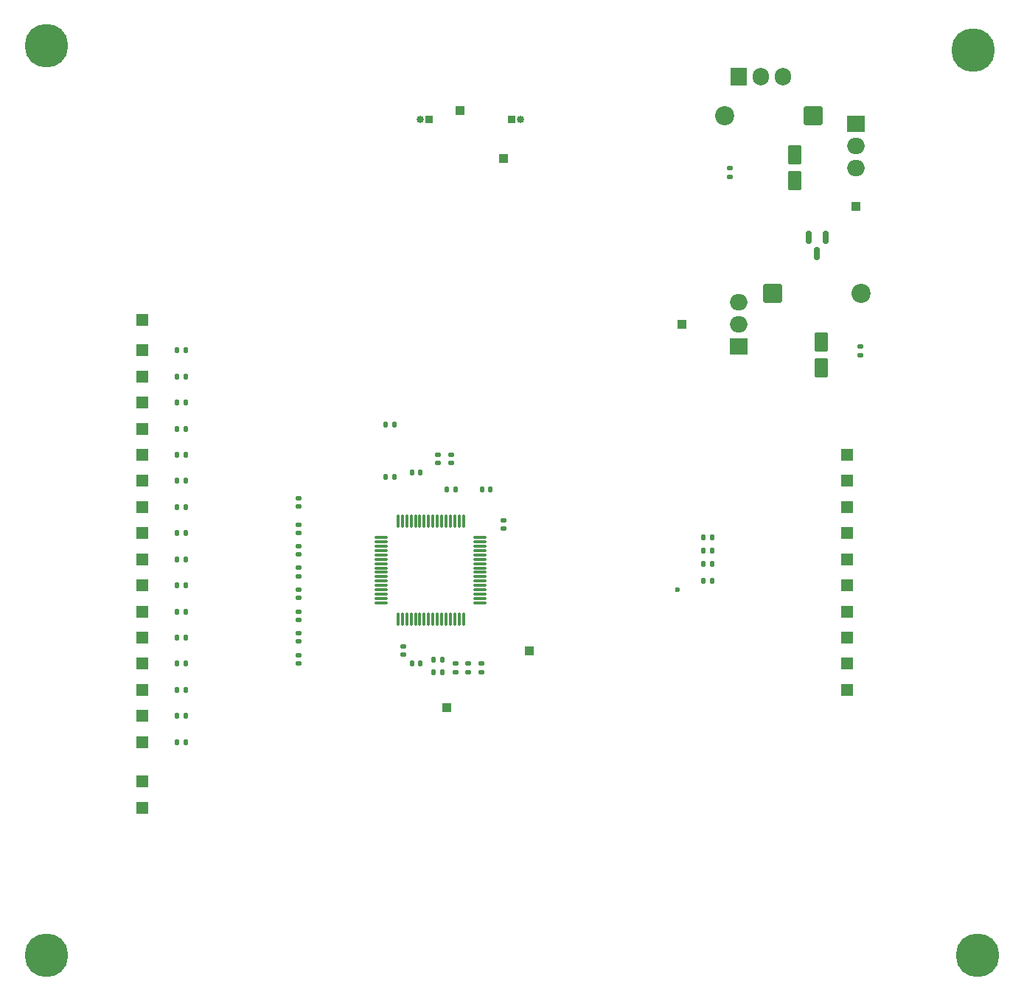
<source format=gbr>
%TF.GenerationSoftware,KiCad,Pcbnew,9.0.3*%
%TF.CreationDate,2025-11-05T19:32:31+02:00*%
%TF.ProjectId,PCB_Design,5043425f-4465-4736-9967-6e2e6b696361,rev?*%
%TF.SameCoordinates,Original*%
%TF.FileFunction,Soldermask,Top*%
%TF.FilePolarity,Negative*%
%FSLAX46Y46*%
G04 Gerber Fmt 4.6, Leading zero omitted, Abs format (unit mm)*
G04 Created by KiCad (PCBNEW 9.0.3) date 2025-11-05 19:32:31*
%MOMM*%
%LPD*%
G01*
G04 APERTURE LIST*
G04 Aperture macros list*
%AMRoundRect*
0 Rectangle with rounded corners*
0 $1 Rounding radius*
0 $2 $3 $4 $5 $6 $7 $8 $9 X,Y pos of 4 corners*
0 Add a 4 corners polygon primitive as box body*
4,1,4,$2,$3,$4,$5,$6,$7,$8,$9,$2,$3,0*
0 Add four circle primitives for the rounded corners*
1,1,$1+$1,$2,$3*
1,1,$1+$1,$4,$5*
1,1,$1+$1,$6,$7*
1,1,$1+$1,$8,$9*
0 Add four rect primitives between the rounded corners*
20,1,$1+$1,$2,$3,$4,$5,0*
20,1,$1+$1,$4,$5,$6,$7,0*
20,1,$1+$1,$6,$7,$8,$9,0*
20,1,$1+$1,$8,$9,$2,$3,0*%
G04 Aperture macros list end*
%ADD10R,1.350000X1.350000*%
%ADD11R,1.000000X1.000000*%
%ADD12RoundRect,0.135000X0.135000X0.185000X-0.135000X0.185000X-0.135000X-0.185000X0.135000X-0.185000X0*%
%ADD13RoundRect,0.140000X-0.140000X-0.170000X0.140000X-0.170000X0.140000X0.170000X-0.140000X0.170000X0*%
%ADD14RoundRect,0.135000X-0.135000X-0.185000X0.135000X-0.185000X0.135000X0.185000X-0.135000X0.185000X0*%
%ADD15RoundRect,0.140000X0.170000X-0.140000X0.170000X0.140000X-0.170000X0.140000X-0.170000X-0.140000X0*%
%ADD16RoundRect,0.140000X0.140000X0.170000X-0.140000X0.170000X-0.140000X-0.170000X0.140000X-0.170000X0*%
%ADD17RoundRect,0.140000X-0.170000X0.140000X-0.170000X-0.140000X0.170000X-0.140000X0.170000X0.140000X0*%
%ADD18RoundRect,0.150000X-0.150000X0.587500X-0.150000X-0.587500X0.150000X-0.587500X0.150000X0.587500X0*%
%ADD19C,5.000000*%
%ADD20RoundRect,0.135000X-0.185000X0.135000X-0.185000X-0.135000X0.185000X-0.135000X0.185000X0.135000X0*%
%ADD21RoundRect,0.249999X-0.850001X-0.850001X0.850001X-0.850001X0.850001X0.850001X-0.850001X0.850001X0*%
%ADD22C,2.200000*%
%ADD23R,2.000000X1.905000*%
%ADD24O,2.000000X1.905000*%
%ADD25RoundRect,0.250000X0.550000X-0.850000X0.550000X0.850000X-0.550000X0.850000X-0.550000X-0.850000X0*%
%ADD26RoundRect,0.249999X0.850001X0.850001X-0.850001X0.850001X-0.850001X-0.850001X0.850001X-0.850001X0*%
%ADD27RoundRect,0.075000X-0.662500X-0.075000X0.662500X-0.075000X0.662500X0.075000X-0.662500X0.075000X0*%
%ADD28RoundRect,0.075000X-0.075000X-0.662500X0.075000X-0.662500X0.075000X0.662500X-0.075000X0.662500X0*%
%ADD29R,0.850000X0.850000*%
%ADD30C,0.850000*%
%ADD31R,1.905000X2.000000*%
%ADD32O,1.905000X2.000000*%
%ADD33C,0.600000*%
G04 APERTURE END LIST*
D10*
%TO.C,J5*%
X81500000Y-152000000D03*
%TD*%
%TO.C,J27*%
X81500000Y-131000000D03*
%TD*%
D11*
%TO.C,TP28*%
X116500000Y-157000000D03*
%TD*%
D10*
%TO.C,J19*%
X81500000Y-149000000D03*
%TD*%
D12*
%TO.C,R5*%
X110510000Y-130500000D03*
X109490000Y-130500000D03*
%TD*%
D13*
%TO.C,C15*%
X112520000Y-130000000D03*
X113480000Y-130000000D03*
%TD*%
D10*
%TO.C,J9*%
X162500000Y-155000000D03*
%TD*%
%TO.C,J10*%
X162500000Y-137000000D03*
%TD*%
D14*
%TO.C,R14*%
X85500000Y-140000000D03*
X86520000Y-140000000D03*
%TD*%
D11*
%TO.C,TP2*%
X126000000Y-150500000D03*
%TD*%
D15*
%TO.C,C22*%
X99500000Y-133960000D03*
X99500000Y-133000000D03*
%TD*%
D14*
%TO.C,R22*%
X85490000Y-125000000D03*
X86510000Y-125000000D03*
%TD*%
D10*
%TO.C,J31*%
X81500000Y-119000000D03*
%TD*%
D16*
%TO.C,C13*%
X115980000Y-153000000D03*
X115020000Y-153000000D03*
%TD*%
D10*
%TO.C,J28*%
X81500000Y-122000000D03*
%TD*%
D15*
%TO.C,C10*%
X117500000Y-152960000D03*
X117500000Y-152000000D03*
%TD*%
D17*
%TO.C,C1*%
X99500000Y-151000000D03*
X99500000Y-151960000D03*
%TD*%
D18*
%TO.C,Q2*%
X160000000Y-103040000D03*
X158100000Y-103040000D03*
X159050000Y-104915000D03*
%TD*%
D19*
%TO.C,REF\u002A\u002A*%
X177000000Y-81500000D03*
%TD*%
D10*
%TO.C,J26*%
X81500000Y-128000000D03*
%TD*%
D14*
%TO.C,R12*%
X85490000Y-146000000D03*
X86510000Y-146000000D03*
%TD*%
D10*
%TO.C,J8*%
X162500000Y-134000000D03*
%TD*%
D16*
%TO.C,C5*%
X113500000Y-152000000D03*
X112540000Y-152000000D03*
%TD*%
D10*
%TO.C,J15*%
X162500000Y-152000000D03*
%TD*%
D11*
%TO.C,TP17*%
X118000000Y-88500000D03*
%TD*%
D14*
%TO.C,R3*%
X146000000Y-142500000D03*
X147020000Y-142500000D03*
%TD*%
D15*
%TO.C,C4*%
X99500000Y-146960000D03*
X99500000Y-146000000D03*
%TD*%
D20*
%TO.C,R7*%
X164000000Y-115520000D03*
X164000000Y-116540000D03*
%TD*%
D19*
%TO.C,REF\u002A\u002A*%
X70500000Y-81000000D03*
%TD*%
D10*
%TO.C,J21*%
X81500000Y-143000000D03*
%TD*%
D14*
%TO.C,R1*%
X145970000Y-137500000D03*
X146990000Y-137500000D03*
%TD*%
D10*
%TO.C,J22*%
X81500000Y-134000000D03*
%TD*%
D15*
%TO.C,C20*%
X99500000Y-139440000D03*
X99500000Y-138480000D03*
%TD*%
%TO.C,C19*%
X99500000Y-141940000D03*
X99500000Y-140980000D03*
%TD*%
D10*
%TO.C,J30*%
X81500000Y-116000000D03*
%TD*%
D16*
%TO.C,C16*%
X121500000Y-132000000D03*
X120540000Y-132000000D03*
%TD*%
D10*
%TO.C,J1*%
X81500000Y-161000000D03*
%TD*%
D21*
%TO.C,D2*%
X153970000Y-109477500D03*
D22*
X164130000Y-109477500D03*
%TD*%
D20*
%TO.C,R6*%
X149000000Y-95040000D03*
X149000000Y-96060000D03*
%TD*%
D11*
%TO.C,TP1*%
X123000000Y-94000000D03*
%TD*%
D23*
%TO.C,U3*%
X150000000Y-115580000D03*
D24*
X150000000Y-113040000D03*
X150000000Y-110500000D03*
%TD*%
D14*
%TO.C,R13*%
X85490000Y-149000000D03*
X86510000Y-149000000D03*
%TD*%
%TO.C,R4*%
X145980000Y-139000000D03*
X147000000Y-139000000D03*
%TD*%
D25*
%TO.C,C17*%
X156500000Y-96540000D03*
X156500000Y-93540000D03*
%TD*%
D15*
%TO.C,C7*%
X119000000Y-152960000D03*
X119000000Y-152000000D03*
%TD*%
D19*
%TO.C,REF\u002A\u002A*%
X177500000Y-185500000D03*
%TD*%
D11*
%TO.C,TP20*%
X143500000Y-113000000D03*
%TD*%
D25*
%TO.C,C18*%
X159500000Y-118040000D03*
X159500000Y-115040000D03*
%TD*%
D15*
%TO.C,C8*%
X120500000Y-152960000D03*
X120500000Y-152000000D03*
%TD*%
%TO.C,C21*%
X99500000Y-136980000D03*
X99500000Y-136020000D03*
%TD*%
D10*
%TO.C,J17*%
X81500000Y-155000000D03*
%TD*%
D14*
%TO.C,R18*%
X85490000Y-122000000D03*
X86510000Y-122000000D03*
%TD*%
D17*
%TO.C,C4*%
X123000000Y-135520000D03*
X123000000Y-136480000D03*
%TD*%
D10*
%TO.C,J7*%
X81500000Y-165500000D03*
%TD*%
D14*
%TO.C,R20*%
X85490000Y-137000000D03*
X86510000Y-137000000D03*
%TD*%
D10*
%TO.C,J12*%
X162500000Y-143000000D03*
%TD*%
D15*
%TO.C,C2*%
X99500000Y-149460000D03*
X99500000Y-148500000D03*
%TD*%
D10*
%TO.C,J24*%
X81500000Y-158000000D03*
%TD*%
D14*
%TO.C,R17*%
X85480000Y-128000000D03*
X86500000Y-128000000D03*
%TD*%
D26*
%TO.C,D1*%
X158580000Y-89040000D03*
D22*
X148420000Y-89040000D03*
%TD*%
D19*
%TO.C,REF\u002A\u002A*%
X70500000Y-185500000D03*
%TD*%
D10*
%TO.C,J16*%
X162500000Y-146000000D03*
%TD*%
D17*
%TO.C,C9*%
X115500000Y-128000000D03*
X115500000Y-128960000D03*
%TD*%
%TO.C,C3*%
X111500000Y-150020000D03*
X111500000Y-150980000D03*
%TD*%
D10*
%TO.C,J13*%
X162500000Y-149000000D03*
%TD*%
D14*
%TO.C,R16*%
X85490000Y-134000000D03*
X86510000Y-134000000D03*
%TD*%
D10*
%TO.C,J29*%
X81500000Y-125000000D03*
%TD*%
D11*
%TO.C,TP19*%
X163500000Y-99500000D03*
%TD*%
D10*
%TO.C,J4*%
X81500000Y-112500000D03*
%TD*%
D13*
%TO.C,C2*%
X116540000Y-132000000D03*
X117500000Y-132000000D03*
%TD*%
D10*
%TO.C,J6*%
X81500000Y-168550000D03*
%TD*%
%TO.C,J14*%
X162500000Y-128000000D03*
%TD*%
D14*
%TO.C,R11*%
X85480000Y-155000000D03*
X86500000Y-155000000D03*
%TD*%
D27*
%TO.C,U1*%
X109000000Y-137500000D03*
X109000000Y-138000000D03*
X109000000Y-138500000D03*
X109000000Y-139000000D03*
X109000000Y-139500000D03*
X109000000Y-140000000D03*
X109000000Y-140500000D03*
X109000000Y-141000000D03*
X109000000Y-141500000D03*
X109000000Y-142000000D03*
X109000000Y-142500000D03*
X109000000Y-143000000D03*
X109000000Y-143500000D03*
X109000000Y-144000000D03*
X109000000Y-144500000D03*
X109000000Y-145000000D03*
D28*
X110912500Y-146912500D03*
X111412500Y-146912500D03*
X111912500Y-146912500D03*
X112412500Y-146912500D03*
X112912500Y-146912500D03*
X113412500Y-146912500D03*
X113912500Y-146912500D03*
X114412500Y-146912500D03*
X114912500Y-146912500D03*
X115412500Y-146912500D03*
X115912500Y-146912500D03*
X116412500Y-146912500D03*
X116912500Y-146912500D03*
X117412500Y-146912500D03*
X117912500Y-146912500D03*
X118412500Y-146912500D03*
D27*
X120325000Y-145000000D03*
X120325000Y-144500000D03*
X120325000Y-144000000D03*
X120325000Y-143500000D03*
X120325000Y-143000000D03*
X120325000Y-142500000D03*
X120325000Y-142000000D03*
X120325000Y-141500000D03*
X120325000Y-141000000D03*
X120325000Y-140500000D03*
X120325000Y-140000000D03*
X120325000Y-139500000D03*
X120325000Y-139000000D03*
X120325000Y-138500000D03*
X120325000Y-138000000D03*
X120325000Y-137500000D03*
D28*
X118412500Y-135587500D03*
X117912500Y-135587500D03*
X117412500Y-135587500D03*
X116912500Y-135587500D03*
X116412500Y-135587500D03*
X115912500Y-135587500D03*
X115412500Y-135587500D03*
X114912500Y-135587500D03*
X114412500Y-135587500D03*
X113912500Y-135587500D03*
X113412500Y-135587500D03*
X112912500Y-135587500D03*
X112412500Y-135587500D03*
X111912500Y-135587500D03*
X111412500Y-135587500D03*
X110912500Y-135587500D03*
%TD*%
D10*
%TO.C,J23*%
X162500000Y-140000000D03*
%TD*%
D14*
%TO.C,R8*%
X85490000Y-161000000D03*
X86510000Y-161000000D03*
%TD*%
%TO.C,R10*%
X85500000Y-152000000D03*
X86520000Y-152000000D03*
%TD*%
D13*
%TO.C,C14*%
X115020000Y-151500000D03*
X115980000Y-151500000D03*
%TD*%
D14*
%TO.C,R21*%
X85490000Y-131000000D03*
X86510000Y-131000000D03*
%TD*%
D29*
%TO.C,J3*%
X114500000Y-89500000D03*
D30*
X113500000Y-89500000D03*
%TD*%
D10*
%TO.C,J20*%
X81500000Y-140000000D03*
%TD*%
D15*
%TO.C,C11*%
X117000000Y-128960000D03*
X117000000Y-128000000D03*
%TD*%
D16*
%TO.C,C12*%
X110480000Y-124500000D03*
X109520000Y-124500000D03*
%TD*%
D29*
%TO.C,J2*%
X124000000Y-89500000D03*
D30*
X125000000Y-89500000D03*
%TD*%
D15*
%TO.C,C15*%
X99500000Y-144460000D03*
X99500000Y-143500000D03*
%TD*%
D10*
%TO.C,J25*%
X81500000Y-137000000D03*
%TD*%
D23*
%TO.C,U2*%
X163500000Y-89960000D03*
D24*
X163500000Y-92500000D03*
X163500000Y-95040000D03*
%TD*%
D14*
%TO.C,R2*%
X145990000Y-140500000D03*
X147010000Y-140500000D03*
%TD*%
D10*
%TO.C,J18*%
X81500000Y-146000000D03*
%TD*%
D31*
%TO.C,Q1*%
X150000000Y-84540000D03*
D32*
X152540000Y-84540000D03*
X155080000Y-84540000D03*
%TD*%
D14*
%TO.C,R15*%
X85500000Y-143000000D03*
X86520000Y-143000000D03*
%TD*%
%TO.C,R23*%
X85490000Y-119000000D03*
X86510000Y-119000000D03*
%TD*%
%TO.C,R19*%
X85480000Y-116000000D03*
X86500000Y-116000000D03*
%TD*%
D10*
%TO.C,J11*%
X162500000Y-131000000D03*
%TD*%
D14*
%TO.C,R9*%
X85510000Y-158000000D03*
X86530000Y-158000000D03*
%TD*%
D33*
X143000000Y-143500000D03*
M02*

</source>
